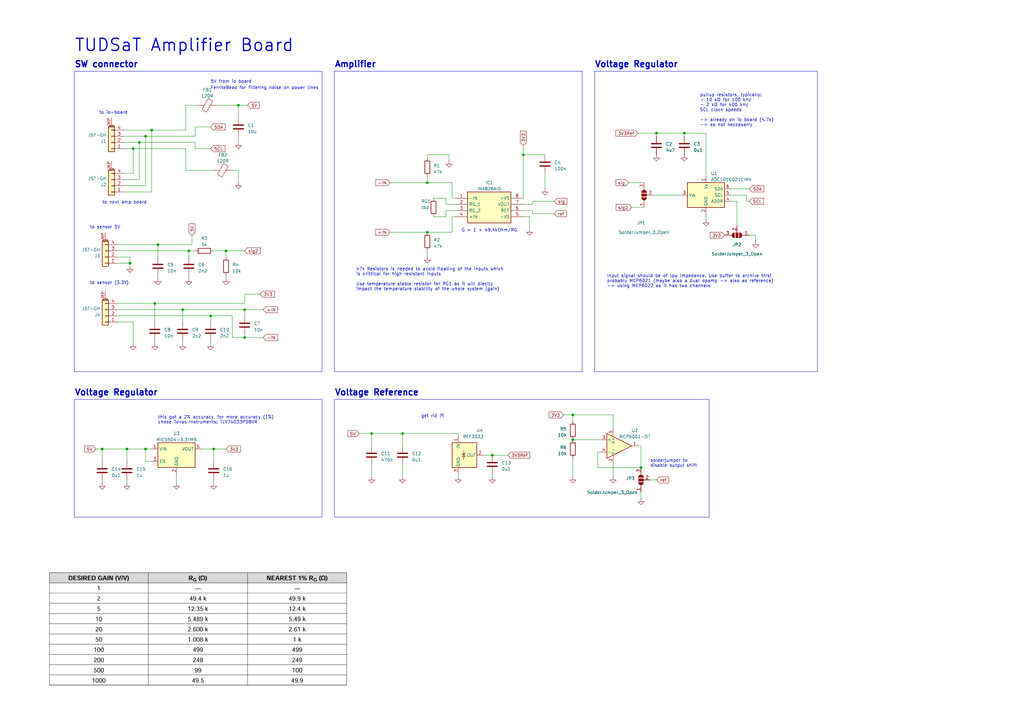
<source format=kicad_sch>
(kicad_sch (version 20230121) (generator eeschema)
  (paper "A3")
  (lib_symbols
    (symbol "Amplifier_Operational:MCP6001-OT" (pin_names (offset 0.127))
      (property "Reference" "U" (at -1.27 6.35 0))
      (property "Value" "MCP6001-OT" (at -1.27 3.81 0))
      (symbol "MCP6001-OT_0_1"
        (polyline (pts (xy -5.08 5.08) (xy 5.08 0) (xy -5.08 -5.08) (xy -5.08 5.08)) (stroke (width 0.254)) (fill (type background)))
        (pin power_in line (at -2.54 -7.62 90) (length 3.81) (name "V-") (number "2"))
        (pin power_in line (at -2.54 7.62 270) (length 3.81) (name "V+") (number "5"))
      )
      (symbol "MCP6001-OT_1_1"
        (pin output line (at 7.62 0 180) (length 2.54) (name "~") (number "1"))
        (pin input line (at -7.62 2.54 0) (length 2.54) (name "+") (number "3"))
        (pin input line (at -7.62 -2.54 0) (length 2.54) (name "-") (number "4"))
      )
    )
    (symbol "Analog_ADC:ADC101C021CIMK"
      (property "Reference" "U" (at 3.81 11.43 0))
      (property "Value" "ADC101C021CIMK" (at 11.43 8.89 0))
      (symbol "ADC101C021CIMK_0_1"
        (rectangle (start -7.62 5.08) (end 7.62 -5.08) (stroke (width 0.254)) (fill (type background)))
      )
      (symbol "ADC101C021CIMK_1_1"
        (pin power_in line (at 0 7.62 270) (length 2.54) (name "V_{A}") (number "1"))
        (pin power_in line (at 0 -7.62 90) (length 2.54) (name "GND") (number "2"))
        (pin input line (at -10.16 0 0) (length 2.54) (name "V_{IN}") (number "3"))
        (pin input line (at 10.16 -2.54 180) (length 2.54) (name "ADDR") (number "4"))
        (pin input line (at 10.16 0 180) (length 2.54) (name "SCL") (number "5"))
        (pin bidirectional line (at 10.16 2.54 180) (length 2.54) (name "SDA") (number "6"))
      )
    )
    (symbol "Connector_Generic_MountingPin:Conn_01x04_MountingPin" (pin_names (offset 1.016) hide)
      (property "Reference" "J" (at 0 5.08 0))
      (property "Value" "Conn_01x04_MountingPin" (at 1.27 -7.62 0))
      (symbol "Conn_01x04_MountingPin_1_1"
        (rectangle (start -1.27 -4.953) (end 0 -5.207) (stroke (width 0.1524)))
        (rectangle (start -1.27 -2.413) (end 0 -2.667) (stroke (width 0.1524)))
        (rectangle (start -1.27 0.127) (end 0 -0.127) (stroke (width 0.1524)))
        (rectangle (start -1.27 2.667) (end 0 2.413) (stroke (width 0.1524)))
        (rectangle (start -1.27 3.81) (end 1.27 -6.35) (stroke (width 0.254)) (fill (type background)))
        (polyline (pts (xy -1.016 -7.112) (xy 1.016 -7.112)) (stroke (width 0.1524)))
        (text "Mounting" (at 0 -6.731 0) (effects (font (size 0.381 0.381))))
        (pin passive line (at -5.08 2.54 0) (length 3.81) (name "Pin_1") (number "1"))
        (pin passive line (at -5.08 0 0) (length 3.81) (name "Pin_2") (number "2"))
        (pin passive line (at -5.08 -2.54 0) (length 3.81) (name "Pin_3") (number "3"))
        (pin passive line (at -5.08 -5.08 0) (length 3.81) (name "Pin_4") (number "4"))
        (pin passive line (at 0 -10.16 90) (length 3.048) (name "MountPin") (number "MP"))
      )
    )
    (symbol "Device:C" (pin_numbers hide) (pin_names (offset 0.254))
      (property "Reference" "C" (at 0.635 2.54 0))
      (property "Value" "C" (at 0.635 -2.54 0))
      (symbol "C_0_1"
        (polyline (pts (xy -2.032 -0.762) (xy 2.032 -0.762)) (stroke (width 0.508)))
        (polyline (pts (xy -2.032 0.762) (xy 2.032 0.762)) (stroke (width 0.508)))
      )
      (symbol "C_1_1"
        (pin passive line (at 0 3.81 270) (length 2.794) (name "~") (number "1"))
        (pin passive line (at 0 -3.81 90) (length 2.794) (name "~") (number "2"))
      )
    )
    (symbol "Device:FerriteBead" (pin_numbers hide) (pin_names (offset 0))
      (property "Reference" "FB" (at -3.81 0.635 90))
      (property "Value" "FerriteBead" (at 3.81 0 90))
      (symbol "FerriteBead_0_1"
        (polyline (pts (xy 0 -1.27) (xy 0 -1.2192)))
        (polyline (pts (xy 0 1.27) (xy 0 1.2954)))
        (polyline (pts (xy -2.7686 0.4064) (xy -1.7018 2.2606) (xy 2.7686 -0.3048) (xy 1.6764 -2.159) (xy -2.7686 0.4064)))
      )
      (symbol "FerriteBead_1_1"
        (pin passive line (at 0 3.81 270) (length 2.54) (name "~") (number "1"))
        (pin passive line (at 0 -3.81 90) (length 2.54) (name "~") (number "2"))
      )
    )
    (symbol "Device:R" (pin_numbers hide) (pin_names (offset 0))
      (property "Reference" "R" (at 2.032 0 90))
      (property "Value" "R" (at 0 0 90))
      (symbol "R_0_1"
        (rectangle (start -1.016 -2.54) (end 1.016 2.54) (stroke (width 0.254)))
      )
      (symbol "R_1_1"
        (pin passive line (at 0 3.81 270) (length 1.27) (name "~") (number "1"))
        (pin passive line (at 0 -3.81 90) (length 1.27) (name "~") (number "2"))
      )
    )
    (symbol "GND_2" (power) (pin_numbers hide) (pin_names (offset 0) hide)
      (property "Value" "GND_2" (at 0 -3.81 0))
      (symbol "GND_2_0_1"
        (polyline (pts (xy 0 0) (xy 0 -1.27) (xy 1.27 -1.27) (xy 0 -2.54) (xy -1.27 -1.27) (xy 0 -1.27)))
      )
      (symbol "GND_2_1_1"
        (pin power_in line (at 0 0 270) (length 0) hide (name "GND") (number "1"))
      )
    )
    (symbol "GND_3" (power) (pin_numbers hide) (pin_names (offset 0) hide)
      (property "Value" "GND_3" (at 0 -3.81 0))
      (symbol "GND_3_0_1"
        (polyline (pts (xy 0 0) (xy 0 -1.27) (xy 1.27 -1.27) (xy 0 -2.54) (xy -1.27 -1.27) (xy 0 -1.27)))
      )
      (symbol "GND_3_1_1"
        (pin power_in line (at 0 0 270) (length 0) hide (name "GND") (number "1"))
      )
    )
    (symbol "INA826AID:INA826AID"
      (property "Reference" "IC" (at 24.13 7.62 0))
      (property "Value" "INA826AID" (at 24.13 5.08 0))
      (symbol "INA826AID_1_1"
        (rectangle (start 5.08 2.54) (end 22.86 -10.16) (stroke (width 0.254)) (fill (type background)))
        (pin passive line (at 0 0 0) (length 5.08) (name "-IN") (number "1"))
        (pin passive line (at 0 -2.54 0) (length 5.08) (name "RG_1") (number "2"))
        (pin passive line (at 0 -5.08 0) (length 5.08) (name "RG_2") (number "3"))
        (pin passive line (at 0 -7.62 0) (length 5.08) (name "+IN") (number "4"))
        (pin passive line (at 27.94 -7.62 180) (length 5.08) (name "-VS") (number "5"))
        (pin passive line (at 27.94 -5.08 180) (length 5.08) (name "REF") (number "6"))
        (pin passive line (at 27.94 -2.54 180) (length 5.08) (name "VOUT") (number "7"))
        (pin passive line (at 27.94 0 180) (length 5.08) (name "+VS") (number "8"))
      )
    )
    (symbol "Jumper:SolderJumper_3_Open" (pin_names (offset 0) hide)
      (property "Reference" "JP" (at -2.54 -2.54 0))
      (property "Value" "SolderJumper_3_Open" (at 0 2.794 0))
      (symbol "SolderJumper_3_Open_0_1"
        (arc (start -1.016 1.016) (mid -2.0276 0) (end -1.016 -1.016))
        (arc (start -1.016 1.016) (mid -2.0276 0) (end -1.016 -1.016) (fill (type outline)))
        (rectangle (start -0.508 1.016) (end 0.508 -1.016) (fill (type outline)))
        (polyline (pts (xy -2.54 0) (xy -2.032 0)))
        (polyline (pts (xy -1.016 1.016) (xy -1.016 -1.016)))
        (polyline (pts (xy 0 -1.27) (xy 0 -1.016)))
        (polyline (pts (xy 1.016 1.016) (xy 1.016 -1.016)))
        (polyline (pts (xy 2.54 0) (xy 2.032 0)))
        (arc (start 1.016 -1.016) (mid 2.0276 0) (end 1.016 1.016))
        (arc (start 1.016 -1.016) (mid 2.0276 0) (end 1.016 1.016) (fill (type outline)))
      )
      (symbol "SolderJumper_3_Open_1_1"
        (pin passive line (at -5.08 0 0) (length 2.54) (name "A") (number "1"))
        (pin passive line (at 0 -3.81 90) (length 2.54) (name "C") (number "2"))
        (pin passive line (at 5.08 0 180) (length 2.54) (name "B") (number "3"))
      )
    )
    (symbol "Reference_Voltage:REF3033" (pin_names (offset 0.254))
      (property "Reference" "U" (at 0 6.35 0))
      (property "Value" "REF3033" (at 2.54 -6.35 0))
      (symbol "REF3033_0_1"
        (rectangle (start -5.08 5.08) (end 5.08 -5.08) (stroke (width 0.254)) (fill (type background)))
        (polyline (pts (xy -0.254 1.905) (xy -0.254 -1.905)))
        (polyline (pts (xy -0.889 -0.635) (xy 0.381 -0.635) (xy -0.254 0.635) (xy -0.889 -0.635)))
        (polyline (pts (xy 0.381 1.016) (xy 0.381 0.635) (xy -0.889 0.635) (xy -0.889 0.254)))
      )
      (symbol "REF3033_1_1"
        (pin power_in line (at -2.54 7.62 270) (length 2.54) (name "IN") (number "1"))
        (pin power_out line (at 7.62 0 180) (length 2.54) (name "OUT") (number "2"))
        (pin power_in line (at -2.54 -7.62 90) (length 2.54) (name "GND") (number "3"))
      )
    )
    (symbol "Regulator_Linear:MIC5504-3.3YM5"
      (property "Reference" "U" (at -7.62 8.89 0))
      (property "Value" "MIC5504-3.3YM5" (at -7.62 6.35 0))
      (symbol "MIC5504-3.3YM5_0_1"
        (rectangle (start -7.62 -5.08) (end 7.62 5.08) (stroke (width 0.254)) (fill (type background)))
      )
      (symbol "MIC5504-3.3YM5_1_1"
        (pin power_in line (at -10.16 2.54 0) (length 2.54) (name "VIN") (number "1"))
        (pin power_in line (at 0 -7.62 90) (length 2.54) (name "GND") (number "2"))
        (pin input line (at -10.16 -2.54 0) (length 2.54) (name "EN") (number "3"))
        (pin no_connect line (at 7.62 -2.54 180) (length 2.54) hide (name "NC") (number "4"))
        (pin power_out line (at 10.16 2.54 180) (length 2.54) (name "VOUT") (number "5"))
      )
    )
  )
  (junction (at 269.24 54.61))
  (junction (at 62.23 53.34))
  (junction (at 87.63 184.15))
  (junction (at 97.79 43.18))
  (junction (at 41.91 184.15))
  (junction (at 54.61 60.96))
  (junction (at 262.89 191.77))
  (junction (at 63.5 124.46))
  (junction (at 59.69 55.88))
  (junction (at 234.95 170.18))
  (junction (at 214.63 63.5))
  (junction (at 100.33 138.43))
  (junction (at 175.26 74.93))
  (junction (at 53.34 107.95))
  (junction (at 280.67 54.61))
  (junction (at 57.15 58.42))
  (junction (at 52.07 184.15))
  (junction (at 92.71 102.87))
  (junction (at 175.26 95.25))
  (junction (at 165.1 177.8))
  (junction (at 86.36 129.54))
  (junction (at 77.47 102.87))
  (junction (at 64.77 100.33))
  (junction (at 100.33 127))
  (junction (at 74.93 127))
  (junction (at 152.4 177.8))
  (junction (at 59.69 184.15))
  (junction (at 234.95 180.34))
  (junction (at 201.93 186.69))
  (wire (pts (xy 165.1 190.5) (xy 165.1 195.58)))
  (wire (pts (xy 72.39 194.31) (xy 72.39 198.12)))
  (polyline (pts (xy 137.16 212.09) (xy 290.83 212.09)))
  (wire (pts (xy 78.74 96.52) (xy 78.74 100.33)))
  (wire (pts (xy 269.24 196.85) (xy 266.7 196.85)))
  (wire (pts (xy 101.6 43.18) (xy 97.79 43.18)))
  (wire (pts (xy 74.93 127) (xy 100.33 127)))
  (wire (pts (xy 74.93 127) (xy 74.93 132.08)))
  (wire (pts (xy 41.91 184.15) (xy 52.07 184.15)))
  (wire (pts (xy 48.26 105.41) (xy 53.34 105.41)))
  (wire (pts (xy 214.63 59.69) (xy 214.63 63.5)))
  (wire (pts (xy 87.63 184.15) (xy 87.63 189.23)))
  (wire (pts (xy 77.47 113.03) (xy 77.47 114.3)))
  (wire (pts (xy 80.01 52.07) (xy 86.36 52.07)))
  (wire (pts (xy 187.96 177.8) (xy 187.96 179.07)))
  (wire (pts (xy 251.46 175.26) (xy 251.46 170.18)))
  (wire (pts (xy 87.63 184.15) (xy 92.71 184.15)))
  (wire (pts (xy 217.17 88.9) (xy 217.17 93.98)))
  (polyline (pts (xy 30.48 212.09) (xy 132.08 212.09)))
  (wire (pts (xy 54.61 132.08) (xy 54.61 140.97)))
  (wire (pts (xy 92.71 105.41) (xy 92.71 102.87)))
  (wire (pts (xy 92.71 102.87) (xy 87.63 102.87)))
  (wire (pts (xy 262.89 182.88) (xy 262.89 191.77)))
  (wire (pts (xy 234.95 172.72) (xy 234.95 170.18)))
  (wire (pts (xy 251.46 170.18) (xy 234.95 170.18)))
  (wire (pts (xy 76.2 60.96) (xy 76.2 69.85)))
  (wire (pts (xy 152.4 177.8) (xy 152.4 182.88)))
  (wire (pts (xy 100.33 138.43) (xy 107.95 138.43)))
  (polyline (pts (xy 243.84 29.21) (xy 243.84 152.4)))
  (wire (pts (xy 50.8 53.34) (xy 62.23 53.34)))
  (wire (pts (xy 234.95 187.96) (xy 234.95 195.58)))
  (wire (pts (xy 175.26 102.87) (xy 175.26 105.41)))
  (polyline (pts (xy 30.48 163.83) (xy 132.08 163.83)))
  (wire (pts (xy 97.79 55.88) (xy 97.79 58.42)))
  (wire (pts (xy 87.63 196.85) (xy 87.63 198.12)))
  (polyline (pts (xy 137.16 29.21) (xy 137.16 152.4)))
  (wire (pts (xy 52.07 196.85) (xy 52.07 198.12)))
  (wire (pts (xy 299.72 77.47) (xy 307.34 77.47)))
  (polyline (pts (xy 132.08 212.09) (xy 132.08 163.83)))
  (wire (pts (xy 50.8 78.74) (xy 62.23 78.74)))
  (wire (pts (xy 185.42 81.28) (xy 186.69 81.28)))
  (polyline (pts (xy 238.76 152.4) (xy 238.76 29.21)))
  (wire (pts (xy 77.47 102.87) (xy 77.47 105.41)))
  (wire (pts (xy 48.26 107.95) (xy 53.34 107.95)))
  (wire (pts (xy 63.5 124.46) (xy 100.33 124.46)))
  (wire (pts (xy 306.07 82.55) (xy 307.34 82.55)))
  (wire (pts (xy 48.26 100.33) (xy 64.77 100.33)))
  (wire (pts (xy 245.11 191.77) (xy 262.89 191.77)))
  (polyline (pts (xy 137.16 152.4) (xy 238.76 152.4)))
  (wire (pts (xy 50.8 55.88) (xy 59.69 55.88)))
  (wire (pts (xy 289.56 87.63) (xy 289.56 90.17)))
  (wire (pts (xy 50.8 71.12) (xy 54.61 71.12)))
  (wire (pts (xy 86.36 129.54) (xy 95.25 129.54)))
  (polyline (pts (xy 137.16 163.83) (xy 290.83 163.83)))
  (wire (pts (xy 280.67 54.61) (xy 289.56 54.61)))
  (polyline (pts (xy 137.16 29.21) (xy 238.76 29.21)))
  (wire (pts (xy 218.44 87.63) (xy 227.33 87.63)))
  (wire (pts (xy 259.08 85.09) (xy 264.16 85.09)))
  (wire (pts (xy 186.69 83.82) (xy 182.88 83.82)))
  (wire (pts (xy 48.26 102.87) (xy 77.47 102.87)))
  (wire (pts (xy 261.62 182.88) (xy 262.89 182.88)))
  (wire (pts (xy 80.01 60.96) (xy 86.36 60.96)))
  (wire (pts (xy 280.67 54.61) (xy 280.67 55.88)))
  (wire (pts (xy 82.55 184.15) (xy 87.63 184.15)))
  (wire (pts (xy 182.88 86.36) (xy 182.88 88.9)))
  (wire (pts (xy 309.88 99.06) (xy 309.88 96.52)))
  (polyline (pts (xy 30.48 163.83) (xy 30.48 212.09)))
  (wire (pts (xy 62.23 53.34) (xy 62.23 78.74)))
  (wire (pts (xy 264.16 74.93) (xy 257.81 74.93)))
  (wire (pts (xy 41.91 184.15) (xy 41.91 189.23)))
  (wire (pts (xy 182.88 88.9) (xy 177.8 88.9)))
  (wire (pts (xy 54.61 60.96) (xy 54.61 71.12)))
  (wire (pts (xy 198.12 186.69) (xy 201.93 186.69)))
  (polyline (pts (xy 132.08 152.4) (xy 30.48 152.4)))
  (wire (pts (xy 267.97 80.01) (xy 279.4 80.01)))
  (wire (pts (xy 95.25 69.85) (xy 97.79 69.85)))
  (wire (pts (xy 187.96 194.31) (xy 187.96 195.58)))
  (wire (pts (xy 306.07 80.01) (xy 299.72 80.01)))
  (wire (pts (xy 223.52 71.12) (xy 223.52 77.47)))
  (wire (pts (xy 245.11 185.42) (xy 245.11 191.77)))
  (wire (pts (xy 269.24 54.61) (xy 280.67 54.61)))
  (wire (pts (xy 184.15 63.5) (xy 184.15 66.04)))
  (wire (pts (xy 59.69 55.88) (xy 80.01 55.88)))
  (wire (pts (xy 231.14 170.18) (xy 234.95 170.18)))
  (polyline (pts (xy 137.16 163.83) (xy 137.16 212.09)))
  (polyline (pts (xy 335.28 152.4) (xy 335.28 29.21)))
  (wire (pts (xy 261.62 54.61) (xy 269.24 54.61)))
  (wire (pts (xy 59.69 184.15) (xy 59.69 189.23)))
  (wire (pts (xy 214.63 63.5) (xy 214.63 81.28)))
  (wire (pts (xy 175.26 63.5) (xy 175.26 64.77)))
  (wire (pts (xy 251.46 190.5) (xy 251.46 195.58)))
  (wire (pts (xy 64.77 100.33) (xy 78.74 100.33)))
  (wire (pts (xy 234.95 180.34) (xy 246.38 180.34)))
  (wire (pts (xy 41.91 196.85) (xy 41.91 198.12)))
  (wire (pts (xy 63.5 139.7) (xy 63.5 140.97)))
  (wire (pts (xy 54.61 132.08) (xy 48.26 132.08)))
  (wire (pts (xy 175.26 74.93) (xy 185.42 74.93)))
  (wire (pts (xy 76.2 69.85) (xy 87.63 69.85)))
  (wire (pts (xy 218.44 83.82) (xy 214.63 83.82)))
  (wire (pts (xy 246.38 185.42) (xy 245.11 185.42)))
  (wire (pts (xy 185.42 95.25) (xy 185.42 88.9)))
  (wire (pts (xy 63.5 124.46) (xy 63.5 132.08)))
  (wire (pts (xy 48.26 129.54) (xy 86.36 129.54)))
  (wire (pts (xy 52.07 184.15) (xy 59.69 184.15)))
  (wire (pts (xy 218.44 82.55) (xy 227.33 82.55)))
  (wire (pts (xy 160.02 74.93) (xy 175.26 74.93)))
  (polyline (pts (xy 243.84 152.4) (xy 335.28 152.4)))
  (wire (pts (xy 52.07 184.15) (xy 52.07 189.23)))
  (wire (pts (xy 182.88 83.82) (xy 182.88 81.28)))
  (wire (pts (xy 86.36 129.54) (xy 86.36 132.08)))
  (wire (pts (xy 92.71 113.03) (xy 92.71 114.3)))
  (wire (pts (xy 165.1 177.8) (xy 187.96 177.8)))
  (wire (pts (xy 53.34 107.95) (xy 53.34 109.22)))
  (wire (pts (xy 95.25 138.43) (xy 95.25 129.54)))
  (wire (pts (xy 64.77 100.33) (xy 64.77 105.41)))
  (wire (pts (xy 100.33 127) (xy 107.95 127)))
  (wire (pts (xy 59.69 184.15) (xy 62.23 184.15)))
  (wire (pts (xy 50.8 60.96) (xy 54.61 60.96)))
  (wire (pts (xy 100.33 138.43) (xy 95.25 138.43)))
  (wire (pts (xy 262.89 201.93) (xy 262.89 204.47)))
  (wire (pts (xy 175.26 72.39) (xy 175.26 74.93)))
  (polyline (pts (xy 243.84 29.21) (xy 335.28 29.21)))
  (wire (pts (xy 48.26 127) (xy 74.93 127)))
  (wire (pts (xy 299.72 82.55) (xy 302.26 82.55)))
  (wire (pts (xy 152.4 190.5) (xy 152.4 195.58)))
  (wire (pts (xy 50.8 76.2) (xy 59.69 76.2)))
  (wire (pts (xy 218.44 82.55) (xy 218.44 83.82)))
  (wire (pts (xy 223.52 63.5) (xy 214.63 63.5)))
  (wire (pts (xy 186.69 86.36) (xy 182.88 86.36)))
  (wire (pts (xy 302.26 92.71) (xy 302.26 82.55)))
  (polyline (pts (xy 30.48 29.21) (xy 132.08 29.21)))
  (wire (pts (xy 97.79 69.85) (xy 97.79 74.93)))
  (wire (pts (xy 160.02 95.25) (xy 175.26 95.25)))
  (wire (pts (xy 57.15 58.42) (xy 80.01 58.42)))
  (wire (pts (xy 54.61 60.96) (xy 76.2 60.96)))
  (wire (pts (xy 53.34 105.41) (xy 53.34 107.95)))
  (wire (pts (xy 48.26 124.46) (xy 63.5 124.46)))
  (wire (pts (xy 39.37 184.15) (xy 41.91 184.15)))
  (wire (pts (xy 201.93 194.31) (xy 201.93 195.58)))
  (wire (pts (xy 57.15 58.42) (xy 57.15 73.66)))
  (wire (pts (xy 100.33 137.16) (xy 100.33 138.43)))
  (polyline (pts (xy 30.48 29.21) (xy 30.48 152.4)))
  (wire (pts (xy 289.56 54.61) (xy 289.56 72.39)))
  (wire (pts (xy 100.33 120.65) (xy 100.33 124.46)))
  (wire (pts (xy 77.47 102.87) (xy 80.01 102.87)))
  (wire (pts (xy 76.2 43.18) (xy 81.28 43.18)))
  (wire (pts (xy 217.17 88.9) (xy 214.63 88.9)))
  (wire (pts (xy 309.88 96.52) (xy 307.34 96.52)))
  (wire (pts (xy 86.36 139.7) (xy 86.36 140.97)))
  (wire (pts (xy 64.77 113.03) (xy 64.77 114.3)))
  (wire (pts (xy 185.42 74.93) (xy 185.42 81.28)))
  (wire (pts (xy 269.24 54.61) (xy 269.24 55.88)))
  (polyline (pts (xy 132.08 29.21) (xy 132.08 152.4)))
  (wire (pts (xy 50.8 73.66) (xy 57.15 73.66)))
  (wire (pts (xy 214.63 86.36) (xy 218.44 86.36)))
  (wire (pts (xy 76.2 53.34) (xy 76.2 43.18)))
  (wire (pts (xy 201.93 186.69) (xy 208.28 186.69)))
  (wire (pts (xy 175.26 63.5) (xy 184.15 63.5)))
  (wire (pts (xy 74.93 139.7) (xy 74.93 140.97)))
  (wire (pts (xy 50.8 58.42) (xy 57.15 58.42)))
  (wire (pts (xy 185.42 88.9) (xy 186.69 88.9)))
  (wire (pts (xy 80.01 58.42) (xy 80.01 60.96)))
  (wire (pts (xy 218.44 87.63) (xy 218.44 86.36)))
  (polyline (pts (xy 290.83 212.09) (xy 290.83 163.83)))
  (wire (pts (xy 88.9 43.18) (xy 97.79 43.18)))
  (wire (pts (xy 147.32 177.8) (xy 152.4 177.8)))
  (wire (pts (xy 306.07 82.55) (xy 306.07 80.01)))
  (wire (pts (xy 152.4 177.8) (xy 165.1 177.8)))
  (wire (pts (xy 175.26 95.25) (xy 185.42 95.25)))
  (wire (pts (xy 100.33 127) (xy 100.33 129.54)))
  (wire (pts (xy 165.1 177.8) (xy 165.1 182.88)))
  (wire (pts (xy 62.23 53.34) (xy 76.2 53.34)))
  (wire (pts (xy 59.69 55.88) (xy 59.69 76.2)))
  (wire (pts (xy 92.71 102.87) (xy 100.33 102.87)))
  (wire (pts (xy 182.88 81.28) (xy 177.8 81.28)))
  (wire (pts (xy 100.33 120.65) (xy 106.68 120.65)))
  (wire (pts (xy 97.79 43.18) (xy 97.79 48.26)))
  (wire (pts (xy 62.23 189.23) (xy 59.69 189.23)))
  (wire (pts (xy 80.01 55.88) (xy 80.01 52.07)))
  (image (at 81.28 257.81) (scale 1.504))
  (text "pullup resistors, typically: \n- 10 kΩ for 100 kHz \n- 2 kΩ for 400 kHz \nSCL clock speeds\n\n-> already on io board (4.7k) \n-> so not neccesarry" (at 287.02 52.07 0) (effects (font (size 1.27 1.27)) (justify left bottom)))
  (text "to sensor (3.3V)" (at 36.83 116.84 0) (effects (font (size 1.27 1.27)) (justify left bottom)))
  (text "G = 1 + 49,4kOhm/RG" (at 189.23 95.25 0) (effects (font (size 1.27 1.27)) (justify left bottom)))
  (text "SW connector" (at 30.48 27.94 0) (effects (font (size 2.5 2.5) (thickness 0.5) bold) (justify left bottom)))
  (text "get rid ?!\n" (at 172.72 171.45 0) (effects (font (size 1.27 1.27)) (justify left bottom)))
  (text "Voltage Regulator" (at 30.48 162.56 0) (effects (font (size 2.5 2.5) (thickness 0.5) bold) (justify left bottom)))
  (text "to sensor 5V" (at 36.83 93.98 0) (effects (font (size 1.27 1.27)) (justify left bottom)))
  (text "to next amp board" (at 41.91 83.82 0) (effects (font (size 1.27 1.27)) (justify left bottom)))
  (text "5V from io board" (at 86.36 34.29 0) (effects (font (size 1.27 1.27)) (justify left bottom)))
  (text "FerriteBead for filtering noise on power lines\n" (at 86.36 36.83 0) (effects (font (size 1.27 1.27)) (justify left bottom)))
  (text "solderjumper to \ndisable output shift" (at 266.7 191.77 0) (effects (font (size 1.27 1.27)) (justify left bottom)))
  (text "TUDSaT Amplifier Board" (at 30.48 21.59 0) (effects (font (size 5 5) (thickness 0.5) bold) (justify left bottom)))
  (text "Voltage Reference" (at 137.16 162.56 0) (effects (font (size 2.5 2.5) (thickness 0.5) bold) (justify left bottom)))
  (text "47k Resistors is needed to avoid floating of the inputs which\nis crittical for high resistant inputs\n\nUse temperature stable resistor for RG1 as it will diectly\nimpact the temperature stability of the whole system (gain)" (at 146.05 119.38 0) (effects (font (size 1.27 1.27)) (justify left bottom)))
  (text "Voltage Regulator" (at 243.84 27.94 0) (effects (font (size 2.5 2.5) (thickness 0.5) bold) (justify left bottom)))
  (text "Amplifier" (at 137.16 27.94 0) (effects (font (size 2.5 2.5) (thickness 0.5) bold) (justify left bottom)))
  (text "this got a 2% accuracy, for more accuracy (1%) \nchose Texas Instruments: TLV74033PDBVR" (at 64.77 173.99 0) (effects (font (size 1.27 1.27)) (justify left bottom)))
  (text "to io-board" (at 40.64 46.99 0) (effects (font (size 1.27 1.27)) (justify left bottom)))
  (text "Input signal should be of low impedance. Use buffer to archive this!\nprobably MCP6021 (maybe also a dual opamp -> also as reference)\n-> using MCP6022 as it has two channels" (at 248.92 118.11 0) (effects (font (size 1.27 1.27)) (justify left bottom)))
  (global_label "5V" (shape input) (at 78.74 96.52 90) (property "Intersheetrefs" "${INTERSHEET_REFS}" (effects hide)))
  (global_label "3V3" (shape input) (at 106.68 120.65 0) (property "Intersheetrefs" "${INTERSHEET_REFS}" (effects hide)))
  (global_label "SCL" (shape input) (at 307.34 82.55 0) (property "Intersheetrefs" "${INTERSHEET_REFS}" (effects hide)))
  (global_label "sig2" (shape input) (at 259.08 85.09 180) (property "Intersheetrefs" "${INTERSHEET_REFS}" (effects hide)))
  (global_label "5V" (shape input) (at 101.6 43.18 0) (property "Intersheetrefs" "${INTERSHEET_REFS}" (effects hide)))
  (global_label "5V" (shape input) (at 39.37 184.15 180) (property "Intersheetrefs" "${INTERSHEET_REFS}" (effects hide)))
  (global_label "3V3Ref" (shape input) (at 208.28 186.69 0) (property "Intersheetrefs" "${INTERSHEET_REFS}" (effects hide)))
  (global_label "3V3" (shape input) (at 214.63 59.69 90) (property "Intersheetrefs" "${INTERSHEET_REFS}" (effects hide)))
  (global_label "3V3" (shape input) (at 92.71 184.15 0) (property "Intersheetrefs" "${INTERSHEET_REFS}" (effects hide)))
  (global_label "sig" (shape input) (at 257.81 74.93 180) (property "Intersheetrefs" "${INTERSHEET_REFS}" (effects hide)))
  (global_label "-IN" (shape input) (at 107.95 138.43 0) (property "Intersheetrefs" "${INTERSHEET_REFS}" (effects hide)))
  (global_label "ref" (shape input) (at 227.33 87.63 0) (property "Intersheetrefs" "${INTERSHEET_REFS}" (effects hide)))
  (global_label "SCL" (shape input) (at 86.36 60.96 0) (property "Intersheetrefs" "${INTERSHEET_REFS}" (effects hide)))
  (global_label "SDA" (shape input) (at 86.36 52.07 0) (property "Intersheetrefs" "${INTERSHEET_REFS}" (effects hide)))
  (global_label "SDA" (shape input) (at 307.34 77.47 0) (property "Intersheetrefs" "${INTERSHEET_REFS}" (effects hide)))
  (global_label "3V3" (shape input) (at 297.18 96.52 180) (property "Intersheetrefs" "${INTERSHEET_REFS}" (effects hide)))
  (global_label "sig2" (shape input) (at 100.33 102.87 0) (property "Intersheetrefs" "${INTERSHEET_REFS}" (effects hide)))
  (global_label "5V" (shape input) (at 147.32 177.8 180) (property "Intersheetrefs" "${INTERSHEET_REFS}" (effects hide)))
  (global_label "3V3" (shape input) (at 231.14 170.18 180) (property "Intersheetrefs" "${INTERSHEET_REFS}" (effects hide)))
  (global_label "+IN" (shape input) (at 160.02 95.25 180) (property "Intersheetrefs" "${INTERSHEET_REFS}" (effects hide)))
  (global_label "ref" (shape input) (at 269.24 196.85 0) (property "Intersheetrefs" "${INTERSHEET_REFS}" (effects hide)))
  (global_label "3V3Ref" (shape input) (at 261.62 54.61 180) (property "Intersheetrefs" "${INTERSHEET_REFS}" (effects hide)))
  (global_label "sig" (shape input) (at 227.33 82.55 0) (property "Intersheetrefs" "${INTERSHEET_REFS}" (effects hide)))
  (global_label "-IN" (shape input) (at 160.02 74.93 180) (property "Intersheetrefs" "${INTERSHEET_REFS}" (effects hide)))
  (global_label "+IN" (shape input) (at 107.95 127 0) (property "Intersheetrefs" "${INTERSHEET_REFS}" (effects hide)))
  (symbol (lib_id "Reference_Voltage:REF3033") (at 190.5 186.69 0) (unit 1)
    (property "Reference" "U4" (at 198.12 176.53 0) (effects (justify right)))
    (property "Value" "REF3033" (at 198.12 179.07 0) (effects (font italic) (justify right)))
    (property "Footprint" "Package_TO_SOT_SMD:SOT-23" (effects hide))
    (property "Datasheet" "http://www.ti.com/lit/ds/symlink/ref3033.pdf" (effects hide))
  )
  (symbol (lib_name "GND_2") (lib_id "power:GND") (at 97.79 58.42 0) (unit 1)
    (property "Reference" "#PWR01" (effects hide))
    (property "Value" "GND" (effects hide))
  )
  (symbol (lib_id "Device:C") (at 86.36 135.89 0) (unit 1)
    (property "Reference" "C10" (at 90.17 135.255 0) (effects (justify left)))
    (property "Value" "2n2" (at 90.17 137.795 0) (effects (justify left)))
    (property "Footprint" "Capacitor_SMD:C_0402_1005Metric" (effects hide))
  )
  (symbol (lib_id "Connector_Generic_MountingPin:Conn_01x04_MountingPin") (at 43.18 129.54 180) (unit 1)
    (property "Reference" "J4" (at 41.148 129.1047 0) (effects (justify left)))
    (property "Value" "JST-GH" (at 41.148 126.5678 0) (effects (justify left)))
    (property "Footprint" "Connector_JST:JST_GH_SM04B-GHS-TB_1x04-1MP_P1.25mm_Horizontal" (effects hide))
    (property "LCSC#" "C161692" (effects hide))
    (property "Manufacturer" "JST" (effects hide))
    (property "Part#" "BM04B-GHS-TBT" (effects hide))
  )
  (symbol (lib_id "Device:R") (at 92.71 109.22 180) (unit 1)
    (property "Reference" "R4" (at 95.25 108.585 0) (effects (justify right)))
    (property "Value" "10k" (at 95.25 111.125 0) (effects (justify right)))
    (property "Footprint" "Resistor_SMD:R_0402_1005Metric_Pad0.72x0.64mm_HandSolder" (effects hide))
  )
  (symbol (lib_id "Device:C") (at 152.4 186.69 0) (unit 1)
    (property "Reference" "C11" (at 156.21 186.055 0) (effects (justify left)))
    (property "Value" "470n" (at 156.21 188.595 0) (effects (justify left)))
    (property "Footprint" "Capacitor_SMD:C_0402_1005Metric" (effects hide))
  )
  (symbol (lib_id "Device:C") (at 269.24 59.69 0) (unit 1)
    (property "Reference" "C2" (at 273.05 59.055 0) (effects (justify left)))
    (property "Value" "4u7" (at 273.05 61.595 0) (effects (justify left)))
    (property "Footprint" "Capacitor_SMD:C_0402_1005Metric" (effects hide))
  )
  (symbol (lib_name "GND_2") (lib_id "power:GND") (at 217.17 93.98 0) (unit 1)
    (property "Reference" "#PWR08" (effects hide))
    (property "Value" "GND" (effects hide))
  )
  (symbol (lib_name "GND_2") (lib_id "power:GND") (at 175.26 105.41 0) (unit 1)
    (property "Reference" "#PWR010" (effects hide))
    (property "Value" "GND" (effects hide))
  )
  (symbol (lib_id "Device:R") (at 234.95 176.53 0) (mirror x) (unit 1)
    (property "Reference" "R5" (at 232.41 175.895 0) (effects (justify right)))
    (property "Value" "10k" (at 232.41 178.435 0) (effects (justify right)))
    (property "Footprint" "Resistor_SMD:R_0402_1005Metric_Pad0.72x0.64mm_HandSolder" (effects hide))
  )
  (symbol (lib_id "Device:C") (at 165.1 186.69 0) (unit 1)
    (property "Reference" "C12" (at 168.91 186.055 0) (effects (justify left)))
    (property "Value" "0u1" (at 168.91 188.595 0) (effects (justify left)))
    (property "Footprint" "Capacitor_SMD:C_0402_1005Metric" (effects hide))
  )
  (symbol (lib_name "GND_2") (lib_id "power:GND") (at 97.79 74.93 0) (unit 1)
    (property "Reference" "#PWR05" (effects hide))
    (property "Value" "GND" (effects hide))
  )
  (symbol (lib_name "GND_2") (lib_id "power:GND") (at 280.67 63.5 0) (unit 1)
    (property "Reference" "#PWR03" (effects hide))
    (property "Value" "GND" (effects hide))
  )
  (symbol (lib_name "GND_2") (lib_id "power:GND") (at 87.63 198.12 0) (unit 1)
    (property "Reference" "#PWR028" (effects hide))
    (property "Value" "GND" (effects hide))
  )
  (symbol (lib_id "Device:C") (at 97.79 52.07 0) (unit 1)
    (property "Reference" "C1" (at 101.6 51.435 0) (effects (justify left)))
    (property "Value" "10u" (at 101.6 53.975 0) (effects (justify left)))
    (property "Footprint" "Capacitor_SMD:C_0402_1005Metric" (effects hide))
  )
  (symbol (lib_id "INA826AID:INA826AID") (at 186.69 81.28 0) (unit 1)
    (property "Reference" "IC1" (at 200.66 74.93 0))
    (property "Value" "INA826AID" (at 200.66 77.47 0))
    (property "Footprint" "Package_SON:WSON-8-1EP_3x3mm_P0.5mm_EP1.2x2mm" (effects hide))
    (property "Datasheet" "http://www.ti.com/lit/gpn/ina826" (effects hide))
    (property "Height" "1.75" (effects hide))
    (property "Mouser Part Number" "595-INA826AID" (effects hide))
    (property "Mouser Price/Stock" "https://www.mouser.co.uk/ProductDetail/Texas-Instruments/INA826AID?qs=RqytGdBYyUH0CDtkCzl1iw%3D%3D" (effects hide))
    (property "Manufacturer_Name" "Texas Instruments" (effects hide))
    (property "Manufacturer_Part_Number" "INA826AID" (effects hide))
  )
  (symbol (lib_id "Device:FerriteBead") (at 91.44 69.85 90) (unit 1)
    (property "Reference" "FB2" (at 91.3892 63.5 90))
    (property "Value" "120R" (at 91.3892 66.04 90))
    (property "Footprint" "Inductor_SMD:L_0402_1005Metric" (effects hide))
  )
  (symbol (lib_id "Jumper:SolderJumper_3_Open") (at 302.26 96.52 180) (unit 1)
    (property "Reference" "JP2" (at 302.26 100.33 0))
    (property "Value" "SolderJumper_3_Open" (at 302.26 104.14 0))
    (property "Footprint" "Jumper:SolderJumper-3_P1.3mm_Open_RoundedPad1.0x1.5mm" (effects hide))
  )
  (symbol (lib_name "GND_2") (lib_id "power:GND") (at 41.91 198.12 0) (unit 1)
    (property "Reference" "#PWR025" (effects hide))
    (property "Value" "GND" (effects hide))
  )
  (symbol (lib_name "GND_2") (lib_id "power:GND") (at 201.93 195.58 0) (unit 1)
    (property "Reference" "#PWR022" (effects hide))
    (property "Value" "GND" (effects hide))
  )
  (symbol (lib_id "Device:C") (at 63.5 135.89 0) (unit 1)
    (property "Reference" "C8" (at 67.31 135.255 0) (effects (justify left)))
    (property "Value" "10n" (at 67.31 137.795 0) (effects (justify left)))
    (property "Footprint" "Capacitor_SMD:C_0402_1005Metric" (effects hide))
  )
  (symbol (lib_name "GND_2") (lib_id "power:GND") (at 152.4 195.58 0) (unit 1)
    (property "Reference" "#PWR019" (effects hide))
    (property "Value" "GND" (effects hide))
  )
  (symbol (lib_name "GND_2") (lib_id "power:GND") (at 165.1 195.58 0) (unit 1)
    (property "Reference" "#PWR020" (effects hide))
    (property "Value" "GND" (effects hide))
  )
  (symbol (lib_id "Jumper:SolderJumper_3_Open") (at 262.89 196.85 90) (unit 1)
    (property "Reference" "JP3" (at 260.35 196.215 90) (effects (justify left)))
    (property "Value" "SolderJumper_3_Open" (at 261.62 201.93 90) (effects (justify left)))
    (property "Footprint" "Jumper:SolderJumper-3_P1.3mm_Open_RoundedPad1.0x1.5mm_NumberLabels" (effects hide))
  )
  (symbol (lib_name "GND_2") (lib_id "power:GND") (at 184.15 66.04 0) (unit 1)
    (property "Reference" "#PWR04" (effects hide))
    (property "Value" "GND" (effects hide))
  )
  (symbol (lib_name "GND_2") (lib_id "power:GND") (at 262.89 204.47 0) (mirror y) (unit 1)
    (property "Reference" "#PWR029" (effects hide))
    (property "Value" "GND" (effects hide))
  )
  (symbol (lib_id "Connector_Generic_MountingPin:Conn_01x04_MountingPin") (at 45.72 58.42 180) (unit 1)
    (property "Reference" "J1" (at 43.688 57.9847 0) (effects (justify left)))
    (property "Value" "JST-GH" (at 43.688 55.4478 0) (effects (justify left)))
    (property "Footprint" "Connector_JST:JST_GH_SM04B-GHS-TB_1x04-1MP_P1.25mm_Horizontal" (effects hide))
    (property "LCSC#" "C161692" (effects hide))
    (property "Manufacturer" "JST" (effects hide))
    (property "Part#" "BM04B-GHS-TBT" (effects hide))
  )
  (symbol (lib_name "GND_2") (lib_id "power:GND") (at 269.24 63.5 0) (unit 1)
    (property "Reference" "#PWR02" (effects hide))
    (property "Value" "GND" (effects hide))
  )
  (symbol (lib_name "GND_2") (lib_id "power:GND") (at 187.96 195.58 0) (unit 1)
    (property "Reference" "#PWR021" (effects hide))
    (property "Value" "GND" (effects hide))
  )
  (symbol (lib_name "GND_2") (lib_id "power:GND") (at 92.71 114.3 0) (unit 1)
    (property "Reference" "#PWR014" (effects hide))
    (property "Value" "GND" (effects hide))
  )
  (symbol (lib_name "GND_2") (lib_id "power:GND") (at 54.61 140.97 0) (unit 1)
    (property "Reference" "#PWR015" (effects hide))
    (property "Value" "GND" (effects hide))
  )
  (symbol (lib_id "Connector_Generic_MountingPin:Conn_01x04_MountingPin") (at 43.18 105.41 180) (unit 1)
    (property "Reference" "J3" (at 41.148 104.9747 0) (effects (justify left)))
    (property "Value" "JST-GH" (at 41.148 102.4378 0) (effects (justify left)))
    (property "Footprint" "Connector_JST:JST_GH_SM04B-GHS-TB_1x04-1MP_P1.25mm_Horizontal" (effects hide))
    (property "LCSC#" "C161692" (effects hide))
    (property "Manufacturer" "JST" (effects hide))
    (property "Part#" "BM04B-GHS-TBT" (effects hide))
  )
  (symbol (lib_id "Regulator_Linear:MIC5504-3.3YM5") (at 72.39 186.69 0) (unit 1)
    (property "Reference" "U3" (at 72.39 177.8 0))
    (property "Value" "MIC5504-3.3YM5" (at 72.39 180.34 0))
    (property "Footprint" "Package_TO_SOT_SMD:SOT-23-5" (effects hide))
    (property "Datasheet" "http://ww1.microchip.com/downloads/en/DeviceDoc/MIC550X.pdf" (effects hide))
  )
  (symbol (lib_id "Device:R") (at 175.26 68.58 180) (unit 1)
    (property "Reference" "R1" (at 177.8 67.945 0) (effects (justify right)))
    (property "Value" "47k" (at 177.8 70.485 0) (effects (justify right)))
    (property "Footprint" "Resistor_SMD:R_0402_1005Metric" (effects hide))
  )
  (symbol (lib_id "Device:C") (at 52.07 193.04 0) (unit 1)
    (property "Reference" "C15" (at 55.88 192.405 0) (effects (justify left)))
    (property "Value" "1u" (at 55.88 194.945 0) (effects (justify left)))
    (property "Footprint" "Capacitor_SMD:C_0402_1005Metric" (effects hide))
  )
  (symbol (lib_name "GND_2") (lib_id "power:GND") (at 309.88 99.06 0) (unit 1)
    (property "Reference" "#PWR09" (effects hide))
    (property "Value" "GND" (effects hide))
  )
  (symbol (lib_id "Connector_Generic_MountingPin:Conn_01x04_MountingPin") (at 45.72 76.2 180) (unit 1)
    (property "Reference" "J2" (at 43.688 75.7647 0) (effects (justify left)))
    (property "Value" "JST-GH" (at 43.688 73.2278 0) (effects (justify left)))
    (property "Footprint" "Connector_JST:JST_GH_SM04B-GHS-TB_1x04-1MP_P1.25mm_Horizontal" (effects hide))
    (property "LCSC#" "C161692" (effects hide))
    (property "Manufacturer" "JST" (effects hide))
    (property "Part#" "BM04B-GHS-TBT" (effects hide))
  )
  (symbol (lib_id "Device:FerriteBead") (at 85.09 43.18 90) (unit 1)
    (property "Reference" "FB1" (at 85.0392 36.83 90))
    (property "Value" "120R" (at 85.0392 39.37 90))
    (property "Footprint" "Inductor_SMD:L_0402_1005Metric" (effects hide))
  )
  (symbol (lib_name "GND_2") (lib_id "power:GND") (at 63.5 140.97 0) (unit 1)
    (property "Reference" "#PWR016" (effects hide))
    (property "Value" "GND" (effects hide))
  )
  (symbol (lib_name "GND_2") (lib_id "power:GND") (at 77.47 114.3 0) (unit 1)
    (property "Reference" "#PWR013" (effects hide))
    (property "Value" "GND" (effects hide))
  )
  (symbol (lib_name "GND_2") (lib_id "power:GND") (at 64.77 114.3 0) (unit 1)
    (property "Reference" "#PWR012" (effects hide))
    (property "Value" "GND" (effects hide))
  )
  (symbol (lib_id "Device:C") (at 87.63 193.04 0) (unit 1)
    (property "Reference" "C16" (at 91.44 192.405 0) (effects (justify left)))
    (property "Value" "1u" (at 91.44 194.945 0) (effects (justify left)))
    (property "Footprint" "Capacitor_SMD:C_0402_1005Metric" (effects hide))
  )
  (symbol (lib_name "GND_2") (lib_id "power:GND") (at 289.56 90.17 0) (unit 1)
    (property "Reference" "#PWR07" (effects hide))
    (property "Value" "GND" (effects hide))
  )
  (symbol (lib_id "Analog_ADC:ADC101C021CIMK") (at 289.56 80.01 0) (unit 1)
    (property "Reference" "U1" (at 291.5159 71.12 0) (effects (justify left)))
    (property "Value" "ADC101C021CIMK" (at 291.5159 73.66 0) (effects (justify left)))
    (property "Footprint" "Package_TO_SOT_SMD:SOT-23-6" (effects hide))
    (property "Datasheet" "https://www.ti.com/lit/ds/symlink/adc101c021.pdf" (effects hide))
  )
  (symbol (lib_id "Device:C") (at 77.47 109.22 0) (unit 1)
    (property "Reference" "C6" (at 81.28 108.585 0) (effects (justify left)))
    (property "Value" "2n2" (at 81.28 111.125 0) (effects (justify left)))
    (property "Footprint" "Capacitor_SMD:C_0402_1005Metric" (effects hide))
  )
  (symbol (lib_name "GND_2") (lib_id "power:GND") (at 53.34 109.22 0) (unit 1)
    (property "Reference" "#PWR011" (effects hide))
    (property "Value" "GND" (effects hide))
  )
  (symbol (lib_name "GND_2") (lib_id "power:GND") (at 86.36 140.97 0) (unit 1)
    (property "Reference" "#PWR018" (effects hide))
    (property "Value" "GND" (effects hide))
  )
  (symbol (lib_id "Amplifier_Operational:MCP6001-OT") (at 254 182.88 0) (unit 1)
    (property "Reference" "U2" (at 260.35 176.53 0))
    (property "Value" "MCP6001-OT" (at 260.35 179.07 0))
    (property "Footprint" "Package_TO_SOT_SMD:SOT-23-5" (effects hide))
    (property "Datasheet" "http://ww1.microchip.com/downloads/en/DeviceDoc/21733j.pdf" (effects hide))
  )
  (symbol (lib_id "Device:C") (at 223.52 67.31 0) (unit 1)
    (property "Reference" "C4" (at 227.33 66.675 0) (effects (justify left)))
    (property "Value" "100n" (at 227.33 69.215 0) (effects (justify left)))
    (property "Footprint" "Capacitor_SMD:C_0402_1005Metric" (effects hide))
  )
  (symbol (lib_id "Device:C") (at 41.91 193.04 0) (unit 1)
    (property "Reference" "C14" (at 45.72 192.405 0) (effects (justify left)))
    (property "Value" "0u1" (at 45.72 194.945 0) (effects (justify left)))
    (property "Footprint" "Capacitor_SMD:C_0402_1005Metric" (effects hide))
  )
  (symbol (lib_name "GND_2") (lib_id "power:GND") (at 72.39 198.12 0) (unit 1)
    (property "Reference" "#PWR027" (effects hide))
    (property "Value" "GND" (effects hide))
  )
  (symbol (lib_id "Device:C") (at 201.93 190.5 0) (unit 1)
    (property "Reference" "C13" (at 205.74 189.865 0) (effects (justify left)))
    (property "Value" "0u1" (at 205.74 192.405 0) (effects (justify left)))
    (property "Footprint" "Capacitor_SMD:C_0402_1005Metric" (effects hide))
  )
  (symbol (lib_id "Device:R") (at 177.8 85.09 180) (unit 1)
    (property "Reference" "RG1" (at 172.72 82.55 0) (effects (justify right)))
    (property "Value" "tbd" (at 172.72 85.09 0) (effects (justify right)))
    (property "Footprint" "Resistor_SMD:R_0603_1608Metric" (effects hide))
  )
  (symbol (lib_id "Device:C") (at 280.67 59.69 0) (unit 1)
    (property "Reference" "C3" (at 284.48 59.055 0) (effects (justify left)))
    (property "Value" "0u1" (at 284.48 61.595 0) (effects (justify left)))
    (property "Footprint" "Capacitor_SMD:C_0402_1005Metric" (effects hide))
  )
  (symbol (lib_id "Jumper:SolderJumper_3_Open") (at 264.16 80.01 90) (unit 1)
    (property "Reference" "JP1" (at 262.89 91.44 90))
    (property "Value" "SolderJumper_3_Open" (at 264.16 95.25 90))
    (property "Footprint" "Jumper:SolderJumper-3_P1.3mm_Open_RoundedPad1.0x1.5mm" (effects hide))
  )
  (symbol (lib_id "Device:C") (at 74.93 135.89 0) (unit 1)
    (property "Reference" "C9" (at 78.74 135.255 0) (effects (justify left)))
    (property "Value" "2n2" (at 78.74 137.795 0) (effects (justify left)))
    (property "Footprint" "Capacitor_SMD:C_0402_1005Metric" (effects hide))
  )
  (symbol (lib_id "Device:R") (at 83.82 102.87 270) (unit 1)
    (property "Reference" "R3" (at 83.82 97.79 90))
    (property "Value" "5k" (at 83.82 100.33 90))
    (property "Footprint" "Resistor_SMD:R_0402_1005Metric_Pad0.72x0.64mm_HandSolder" (effects hide))
  )
  (symbol (lib_name "GND_2") (lib_id "power:GND") (at 234.95 195.58 0) (mirror y) (unit 1)
    (property "Reference" "#PWR023" (effects hide))
    (property "Value" "GND" (effects hide))
  )
  (symbol (lib_id "Device:R") (at 175.26 99.06 180) (unit 1)
    (property "Reference" "R2" (at 177.8 98.425 0) (effects (justify right)))
    (property "Value" "47k" (at 177.8 100.965 0) (effects (justify right)))
    (property "Footprint" "Resistor_SMD:R_0402_1005Metric_Pad0.72x0.64mm_HandSolder" (effects hide))
  )
  (symbol (lib_id "Device:R") (at 234.95 184.15 0) (mirror x) (unit 1)
    (property "Reference" "R6" (at 232.41 183.515 0) (effects (justify right)))
    (property "Value" "10k" (at 232.41 186.055 0) (effects (justify right)))
    (property "Footprint" "Resistor_SMD:R_0402_1005Metric_Pad0.72x0.64mm_HandSolder" (effects hide))
  )
  (symbol (lib_name "GND_2") (lib_id "power:GND") (at 251.46 195.58 0) (mirror y) (unit 1)
    (property "Reference" "#PWR024" (effects hide))
    (property "Value" "GND" (effects hide))
  )
  (symbol (lib_id "Device:C") (at 100.33 133.35 0) (unit 1)
    (property "Reference" "C7" (at 104.14 132.715 0) (effects (justify left)))
    (property "Value" "10n" (at 104.14 135.255 0) (effects (justify left)))
    (property "Footprint" "Capacitor_SMD:C_0402_1005Metric" (effects hide))
  )
  (symbol (lib_name "GND_3") (lib_id "power:GND") (at 223.52 77.47 0) (unit 1)
    (property "Reference" "#PWR06" (effects hide))
    (property "Value" "GND" (effects hide))
  )
  (symbol (lib_name "GND_2") (lib_id "power:GND") (at 74.93 140.97 0) (unit 1)
    (property "Reference" "#PWR017" (effects hide))
    (property "Value" "GND" (effects hide))
  )
  (symbol (lib_id "Device:C") (at 64.77 109.22 0) (unit 1)
    (property "Reference" "C5" (at 68.58 108.585 0) (effects (justify left)))
    (property "Value" "10n" (at 68.58 111.125 0) (effects (justify left)))
    (property "Footprint" "Capacitor_SMD:C_0402_1005Metric" (effects hide))
  )
  (symbol (lib_name "GND_2") (lib_id "power:GND") (at 52.07 198.12 0) (unit 1)
    (property "Reference" "#PWR026" (effects hide))
    (property "Value" "GND" (effects hide))
  )
)
</source>
